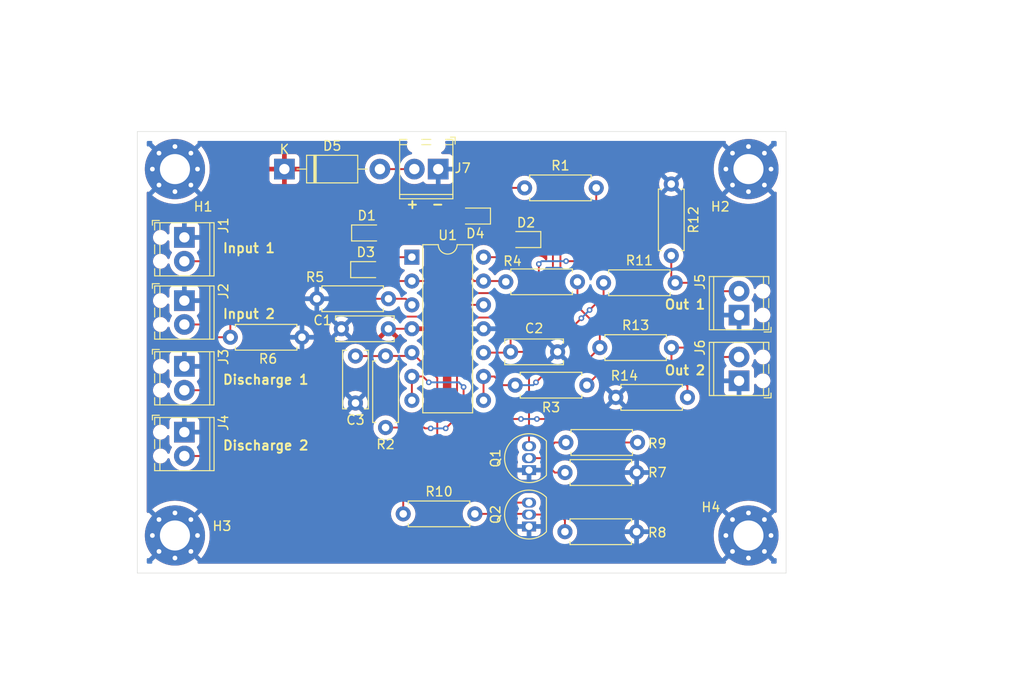
<source format=kicad_pcb>
(kicad_pcb (version 20240108) (generator "pcbnew") (generator_version "8.0")
  (title_block (title "Peak Detector Layout") (date "2024-05-14") (rev "1"))
  (layers (0 "F.Cu" signal) (31 "B.Cu" signal) (34 "B.Paste" user) (35 "F.Paste" user) (36 "B.SilkS" user "B.Silkscreen") (37 "F.SilkS" user "F.Silkscreen") (38 "B.Mask" user) (39 "F.Mask" user) (44 "Edge.Cuts" user))
  (net 0 "")
  (net 1 "GND")
  (net 2 "+5V")
  (net 3 "Net-(Q1-D)")
  (net 4 "Net-(Q2-D)")
  (net 5 "Net-(D1-A)")
  (net 6 "Net-(D1-K)")
  (net 7 "Net-(D2-K)")
  (net 8 "Net-(D2-A)")
  (net 9 "Net-(D3-A)")
  (net 10 "Net-(D4-A)")
  (net 11 "Net-(J1-Pin_2)")
  (net 12 "Net-(J2-Pin_2)")
  (net 13 "Net-(J3-Pin_2)")
  (net 14 "Net-(J4-Pin_2)")
  (net 15 "Net-(J5-Pin_2)")
  (net 16 "Net-(J6-Pin_2)")
  (net 17 "Net-(Q1-G)")
  (net 18 "Net-(Q2-G)")
  (net 19 "Net-(U1C--)")
  (net 20 "Net-(U1B--)")
  (net 21 "Net-(D5-A)")
  (footprint "Capacitor_THT:C_Disc_D6.0mm_W2.5mm_P5.00mm" (layer "F.Cu") (at 114.2 74.9 -90)
    (property "Reference" "C3" (at 6.799999 -0.000001 180) (layer "F.SilkS"))
    (property "Value" "0.47uF")
    (pad "1" thru_hole circle (at 0 0 270) (size 1.6 1.6) (drill 0.8) (layers "*.Cu" "*.Mask") (net 4 "Net-(Q2-D)"))
    (pad "2" thru_hole circle (at 5 0 270) (size 1.6 1.6) (drill 0.8) (layers "*.Cu" "*.Mask") (net 1 "GND"))
  )
  (footprint "Diode_THT:D_DO-41_SOD81_P10.16mm_Horizontal" (layer "F.Cu") (at 106.64 55)
    (property "Reference" "D5" (at 5.08 -2.47 0) (layer "F.SilkS"))
    (property "Value" "1N5817")
    (fp_text user "K" (at 0 -2.1 0) (layer "F.SilkS"))
    (pad "1" thru_hole rect (at 0 0) (size 2.2 2.2) (drill 1.1) (layers "*.Cu" "*.Mask") (net 2 "+5V"))
    (pad "2" thru_hole oval (at 10.16 0) (size 2.2 2.2) (drill 1.1) (layers "*.Cu" "*.Mask") (net 21 "Net-(D5-A)"))
  )
  (footprint "TerminalBlock_Phoenix:TerminalBlock_Phoenix_MPT-0,5-2-2.54_1x02_P2.54mm_Horizontal" (layer "F.Cu") (at 123 55 180)
    (property "Reference" "J7" (at -2.6 0.1 180) (layer "F.SilkS"))
    (property "Value" "Power")
    (pad "" np_thru_hole circle (at 0 2.54 180) (size 1.1 1.1) (drill 1.1) (layers "*.Cu" "*.Mask"))
    (pad "" np_thru_hole circle (at 2.54 2.54 180) (size 1.1 1.1) (drill 1.1) (layers "*.Cu" "*.Mask"))
    (pad "1" thru_hole rect (at 0 0 180) (size 2.2 2.2) (drill 1.1) (layers "*.Cu" "*.Mask") (net 1 "GND"))
    (pad "2" thru_hole circle (at 2.54 0 180) (size 2.2 2.2) (drill 1.1) (layers "*.Cu" "*.Mask") (net 21 "Net-(D5-A)"))
  )
  (footprint "Resistor_THT:R_Axial_DIN0207_L6.3mm_D2.5mm_P7.62mm_Horizontal" (layer "F.Cu") (at 132.19 57)
    (property "Reference" "R1" (at 3.81 -2.37 0) (layer "F.SilkS"))
    (property "Value" "100")
    (pad "1" thru_hole circle (at 0 0) (size 1.6 1.6) (drill 0.8) (layers "*.Cu" "*.Mask") (net 6 "Net-(D1-K)"))
    (pad "2" thru_hole oval (at 7.62 0) (size 1.6 1.6) (drill 0.8) (layers "*.Cu" "*.Mask") (net 3 "Net-(Q1-D)"))
  )
  (footprint "Resistor_THT:R_Axial_DIN0207_L6.3mm_D2.5mm_P7.62mm_Horizontal" (layer "F.Cu") (at 147.79 56.59 -90)
    (property "Reference" "R12" (at 3.81 -2.37 90) (layer "F.SilkS"))
    (property "Value" "1k")
    (pad "1" thru_hole circle (at 0 0 270) (size 1.6 1.6) (drill 0.8) (layers "*.Cu" "*.Mask") (net 1 "GND"))
    (pad "2" thru_hole oval (at 7.62 0 270) (size 1.6 1.6) (drill 0.8) (layers "*.Cu" "*.Mask") (net 15 "Net-(J5-Pin_2)"))
  )
  (footprint "TerminalBlock_Phoenix:TerminalBlock_Phoenix_MPT-0,5-2-2.54_1x02_P2.54mm_Horizontal" (layer "F.Cu") (at 155 70.54 90)
    (property "Reference" "J5" (at 3.54 -4.16 270) (layer "F.SilkS"))
    (property "Value" "Out 1")
    (pad "" np_thru_hole circle (at 0 2.54 90) (size 1.1 1.1) (drill 1.1) (layers "*.Cu" "*.Mask"))
    (pad "" np_thru_hole circle (at 2.54 2.54 90) (size 1.1 1.1) (drill 1.1) (layers "*.Cu" "*.Mask"))
    (pad "1" thru_hole rect (at 0 0 90) (size 2.2 2.2) (drill 1.1) (layers "*.Cu" "*.Mask") (net 1 "GND"))
    (pad "2" thru_hole circle (at 2.54 0 90) (size 2.2 2.2) (drill 1.1) (layers "*.Cu" "*.Mask") (net 15 "Net-(J5-Pin_2)"))
  )
  (footprint "MountingHole:MountingHole_3.2mm_M3_Pad_Via" (layer "F.Cu") (at 156 55)
    (property "Reference" "H2" (at -3 4 0) (layer "F.SilkS"))
    (property "Value" "M3")
    (pad "1" thru_hole circle (at -2.4 0) (size 0.8 0.8) (drill 0.5) (layers "*.Cu" "*.Mask") (net 1 "GND"))
    (pad "1" thru_hole circle (at -1.697056 -1.697056) (size 0.8 0.8) (drill 0.5) (layers "*.Cu" "*.Mask") (net 1 "GND"))
    (pad "1" thru_hole circle (at -1.697056 1.697056) (size 0.8 0.8) (drill 0.5) (layers "*.Cu" "*.Mask") (net 1 "GND"))
    (pad "1" thru_hole circle (at 0 -2.4) (size 0.8 0.8) (drill 0.5) (layers "*.Cu" "*.Mask") (net 1 "GND"))
    (pad "1" thru_hole circle (at 0 0) (size 6.4 6.4) (drill 3.2) (layers "*.Cu" "*.Mask") (net 1 "GND"))
    (pad "1" thru_hole circle (at 0 2.4) (size 0.8 0.8) (drill 0.5) (layers "*.Cu" "*.Mask") (net 1 "GND"))
    (pad "1" thru_hole circle (at 1.697056 -1.697056) (size 0.8 0.8) (drill 0.5) (layers "*.Cu" "*.Mask") (net 1 "GND"))
    (pad "1" thru_hole circle (at 1.697056 1.697056) (size 0.8 0.8) (drill 0.5) (layers "*.Cu" "*.Mask") (net 1 "GND"))
    (pad "1" thru_hole circle (at 2.4 0) (size 0.8 0.8) (drill 0.5) (layers "*.Cu" "*.Mask") (net 1 "GND"))
  )
  (footprint "Resistor_THT:R_Axial_DIN0207_L6.3mm_D2.5mm_P7.62mm_Horizontal" (layer "F.Cu") (at 138.81 78 180)
    (property "Reference" "R3" (at 3.81 -2.37 180) (layer "F.SilkS"))
    (property "Value" "1k")
    (pad "1" thru_hole circle (at 0 0 180) (size 1.6 1.6) (drill 0.8) (layers "*.Cu" "*.Mask") (net 9 "Net-(D3-A)"))
    (pad "2" thru_hole oval (at 7.62 0 180) (size 1.6 1.6) (drill 0.8) (layers "*.Cu" "*.Mask") (net 19 "Net-(U1C--)"))
  )
  (footprint "Resistor_THT:R_Axial_DIN0207_L6.3mm_D2.5mm_P7.62mm_Horizontal" (layer "F.Cu") (at 130.19 67)
    (property "Reference" "R4" (at 0.71 -2.2 0) (layer "F.SilkS"))
    (property "Value" "1k")
    (pad "1" thru_hole circle (at 0 0) (size 1.6 1.6) (drill 0.8) (layers "*.Cu" "*.Mask") (net 10 "Net-(D4-A)"))
    (pad "2" thru_hole oval (at 7.62 0) (size 1.6 1.6) (drill 0.8) (layers "*.Cu" "*.Mask") (net 20 "Net-(U1B--)"))
  )
  (footprint "TerminalBlock_Phoenix:TerminalBlock_Phoenix_MPT-0,5-2-2.54_1x02_P2.54mm_Horizontal" (layer "F.Cu") (at 155 77.54 90)
    (property "Reference" "J6" (at 3.54 -4.16 270) (layer "F.SilkS"))
    (property "Value" "Out 2")
    (pad "" np_thru_hole circle (at 0 2.54 90) (size 1.1 1.1) (drill 1.1) (layers "*.Cu" "*.Mask"))
    (pad "" np_thru_hole circle (at 2.54 2.54 90) (size 1.1 1.1) (drill 1.1) (layers "*.Cu" "*.Mask"))
    (pad "1" thru_hole rect (at 0 0 90) (size 2.2 2.2) (drill 1.1) (layers "*.Cu" "*.Mask") (net 1 "GND"))
    (pad "2" thru_hole circle (at 2.54 0 90) (size 2.2 2.2) (drill 1.1) (layers "*.Cu" "*.Mask") (net 16 "Net-(J6-Pin_2)"))
  )
  (footprint "Resistor_THT:R_Axial_DIN0207_L6.3mm_D2.5mm_P7.62mm_Horizontal" (layer "F.Cu") (at 144.2 84.1 180)
    (property "Reference" "R9" (at -2.1 -0.1 180) (layer "F.SilkS"))
    (property "Value" "1k")
    (pad "1" thru_hole circle (at 0 0 180) (size 1.6 1.6) (drill 0.8) (layers "*.Cu" "*.Mask") (net 13 "Net-(J3-Pin_2)"))
    (pad "2" thru_hole oval (at 7.62 0 180) (size 1.6 1.6) (drill 0.8) (layers "*.Cu" "*.Mask") (net 17 "Net-(Q1-G)"))
  )
  (footprint "Package_TO_SOT_THT:TO-92_Inline" (layer "F.Cu") (at 132.66 93.04 90)
    (property "Reference" "Q2" (at 1.27 -3.56 270) (layer "F.SilkS"))
    (property "Value" "2N7000")
    (pad "1" thru_hole rect (at 0 0 90) (size 1.05 1.5) (drill 0.75) (layers "*.Cu" "*.Mask") (net 1 "GND"))
    (pad "2" thru_hole oval (at 1.27 0 90) (size 1.05 1.5) (drill 0.75) (layers "*.Cu" "*.Mask") (net 18 "Net-(Q2-G)"))
    (pad "3" thru_hole oval (at 2.54 0 90) (size 1.05 1.5) (drill 0.75) (layers "*.Cu" "*.Mask") (net 4 "Net-(Q2-D)"))
  )
  (footprint "MountingHole:MountingHole_3.2mm_M3_Pad_Via" (layer "F.Cu") (at 156 94)
    (property "Reference" "H4" (at -4 -3 0) (layer "F.SilkS"))
    (property "Value" "M3")
    (pad "1" thru_hole circle (at -2.4 0) (size 0.8 0.8) (drill 0.5) (layers "*.Cu" "*.Mask") (net 1 "GND"))
    (pad "1" thru_hole circle (at -1.697056 -1.697056) (size 0.8 0.8) (drill 0.5) (layers "*.Cu" "*.Mask") (net 1 "GND"))
    (pad "1" thru_hole circle (at -1.697056 1.697056) (size 0.8 0.8) (drill 0.5) (layers "*.Cu" "*.Mask") (net 1 "GND"))
    (pad "1" thru_hole circle (at 0 -2.4) (size 0.8 0.8) (drill 0.5) (layers "*.Cu" "*.Mask") (net 1 "GND"))
    (pad "1" thru_hole circle (at 0 0) (size 6.4 6.4) (drill 3.2) (layers "*.Cu" "*.Mask") (net 1 "GND"))
    (pad "1" thru_hole circle (at 0 2.4) (size 0.8 0.8) (drill 0.5) (layers "*.Cu" "*.Mask") (net 1 "GND"))
    (pad "1" thru_hole circle (at 1.697056 -1.697056) (size 0.8 0.8) (drill 0.5) (layers "*.Cu" "*.Mask") (net 1 "GND"))
    (pad "1" thru_hole circle (at 1.697056 1.697056) (size 0.8 0.8) (drill 0.5) (layers "*.Cu" "*.Mask") (net 1 "GND"))
    (pad "1" thru_hole circle (at 2.4 0) (size 0.8 0.8) (drill 0.5) (layers "*.Cu" "*.Mask") (net 1 "GND"))
  )
  (footprint "Resistor_THT:R_Axial_DIN0207_L6.3mm_D2.5mm_P7.62mm_Horizontal" (layer "F.Cu") (at 140.59 67.1)
    (property "Reference" "R11" (at 3.81 -2.37 0) (layer "F.SilkS"))
    (property "Value" "221")
    (pad "1" thru_hole circle (at 0 0) (size 1.6 1.6) (drill 0.8) (layers "*.Cu" "*.Mask") (net 19 "Net-(U1C--)"))
    (pad "2" thru_hole oval (at 7.62 0) (size 1.6 1.6) (drill 0.8) (layers "*.Cu" "*.Mask") (net 15 "Net-(J5-Pin_2)"))
  )
  (footprint "Capacitor_THT:C_Disc_D6.0mm_W2.5mm_P5.00mm" (layer "F.Cu") (at 117.7 72 180)
    (property "Reference" "C1" (at 7 0.9 180) (layer "F.SilkS"))
    (property "Value" "0.1uF")
    (pad "1" thru_hole circle (at 0 0 180) (size 1.6 1.6) (drill 0.8) (layers "*.Cu" "*.Mask") (net 2 "+5V"))
    (pad "2" thru_hole circle (at 5 0 180) (size 1.6 1.6) (drill 0.8) (layers "*.Cu" "*.Mask") (net 1 "GND"))
  )
  (footprint "Package_DIP:DIP-14_W7.62mm" (layer "F.Cu") (at 120.2 64.375)
    (property "Reference" "U1" (at 3.81 -2.33 0) (layer "F.SilkS"))
    (property "Value" "MCP6024")
    (pad "1" thru_hole rect (at 0 0) (size 1.6 1.6) (drill 0.8) (layers "*.Cu" "*.Mask") (net 5 "Net-(D1-A)"))
    (pad "2" thru_hole oval (at 0 2.54) (size 1.6 1.6) (drill 0.8) (layers "*.Cu" "*.Mask") (net 9 "Net-(D3-A)"))
    (pad "3" thru_hole oval (at 0 5.08) (size 1.6 1.6) (drill 0.8) (layers "*.Cu" "*.Mask") (net 11 "Net-(J1-Pin_2)"))
    (pad "4" thru_hole oval (at 0 7.62) (size 1.6 1.6) (drill 0.8) (layers "*.Cu" "*.Mask") (net 2 "+5V"))
    (pad "5" thru_hole oval (at 0 10.16) (size 1.6 1.6) (drill 0.8) (layers "*.Cu" "*.Mask") (net 4 "Net-(Q2-D)"))
    (pad "6" thru_hole oval (at 0 12.7) (size 1.6 1.6) (drill 0.8) (layers "*.Cu" "*.Mask") (net 20 "Net-(U1B--)"))
    (pad "7" thru_hole oval (at 0 15.24) (size 1.6 1.6) (drill 0.8) (layers "*.Cu" "*.Mask") (net 20 "Net-(U1B--)"))
    (pad "8" thru_hole oval (at 7.62 15.24) (size 1.6 1.6) (drill 0.8) (layers "*.Cu" "*.Mask") (net 19 "Net-(U1C--)"))
    (pad "9" thru_hole oval (at 7.62 12.7) (size 1.6 1.6) (drill 0.8) (layers "*.Cu" "*.Mask") (net 19 "Net-(U1C--)"))
    (pad "10" thru_hole oval (at 7.62 10.16) (size 1.6 1.6) (drill 0.8) (layers "*.Cu" "*.Mask") (net 3 "Net-(Q1-D)"))
    (pad "11" thru_hole oval (at 7.62 7.62) (size 1.6 1.6) (drill 0.8) (layers "*.Cu" "*.Mask") (net 1 "GND"))
    (pad "12" thru_hole oval (at 7.62 5.08) (size 1.6 1.6) (drill 0.8) (layers "*.Cu" "*.Mask") (net 12 "Net-(J2-Pin_2)"))
    (pad "13" thru_hole oval (at 7.62 2.54) (size 1.6 1.6) (drill 0.8) (layers "*.Cu" "*.Mask") (net 10 "Net-(D4-A)"))
    (pad "14" thru_hole oval (at 7.62 0) (size 1.6 1.6) (drill 0.8) (layers "*.Cu" "*.Mask") (net 8 "Net-(D2-A)"))
  )
  (footprint "TerminalBlock_Phoenix:TerminalBlock_Phoenix_MPT-0,5-2-2.54_1x02_P2.54mm_Horizontal" (layer "F.Cu") (at 96 62.27 -90)
    (property "Reference" "J1" (at -1.27 -4.16 90) (layer "F.SilkS"))
    (property "Value" "Input 1")
    (pad "" np_thru_hole circle (at 0 2.54 270) (size 1.1 1.1) (drill 1.1) (layers "*.Cu" "*.Mask"))
    (pad "" np_thru_hole circle (at 2.54 2.54 270) (size 1.1 1.1) (drill 1.1) (layers "*.Cu" "*.Mask"))
    (pad "1" thru_hole rect (at 0 0 270) (size 2.2 2.2) (drill 1.1) (layers "*.Cu" "*.Mask") (net 1 "GND"))
    (pad "2" thru_hole circle (at 2.54 0 270) (size 2.2 2.2) (drill 1.1) (layers "*.Cu" "*.Mask") (net 11 "Net-(J1-Pin_2)"))
  )
  (footprint "Resistor_THT:R_Axial_DIN0207_L6.3mm_D2.5mm_P7.62mm_Horizontal" (layer "F.Cu") (at 136.49 87.3)
    (property "Reference" "R7" (at 9.82 0 360) (layer "F.SilkS"))
    (property "Value" "10k")
    (pad "1" thru_hole circle (at 0 0) (size 1.6 1.6) (drill 0.8) (layers "*.Cu" "*.Mask") (net 17 "Net-(Q1-G)"))
    (pad "2" thru_hole oval (at 7.62 0) (size 1.6 1.6) (drill 0.8) (layers "*.Cu" "*.Mask") (net 1 "GND"))
  )
  (footprint "MountingHole:MountingHole_3.2mm_M3_Pad_Via" (layer "F.Cu") (at 95 55)
    (property "Reference" "H1" (at 3 4 0) (layer "F.SilkS"))
    (property "Value" "M3")
    (pad "1" thru_hole circle (at -2.4 0) (size 0.8 0.8) (drill 0.5) (layers "*.Cu" "*.Mask") (net 1 "GND"))
    (pad "1" thru_hole circle (at -1.697056 -1.697056) (size 0.8 0.8) (drill 0.5) (layers "*.Cu" "*.Mask") (net 1 "GND"))
    (pad "1" thru_hole circle (at -1.697056 1.697056) (size 0.8 0.8) (drill 0.5) (layers "*.Cu" "*.Mask") (net 1 "GND"))
    (pad "1" thru_hole circle (at 0 -2.4) (size 0.8 0.8) (drill 0.5) (layers "*.Cu" "*.Mask") (net 1 "GND"))
    (pad "1" thru_hole circle (at 0 0) (size 6.4 6.4) (drill 3.2) (layers "*.Cu" "*.Mask") (net 1 "GND"))
    (pad "1" thru_hole circle (at 0 2.4) (size 0.8 0.8) (drill 0.5) (layers "*.Cu" "*.Mask") (net 1 "GND"))
    (pad "1" thru_hole circle (at 1.697056 -1.697056) (size 0.8 0.8) (drill 0.5) (layers "*.Cu" "*.Mask") (net 1 "GND"))
    (pad "1" thru_hole circle (at 1.697056 1.697056) (size 0.8 0.8) (drill 0.5) (layers "*.Cu" "*.Mask") (net 1 "GND"))
    (pad "1" thru_hole circle (at 2.4 0) (size 0.8 0.8) (drill 0.5) (layers "*.Cu" "*.Mask") (net 1 "GND"))
  )
  (footprint "Resistor_THT:R_Axial_DIN0207_L6.3mm_D2.5mm_P7.62mm_Horizontal" (layer "F.Cu") (at 117.4 82.51 90)
    (property "Reference" "R2" (at -1.79 0 0) (layer "F.SilkS"))
    (property "Value" "100")
    (pad "1" thru_hole circle (at 0 0 90) (size 1.6 1.6) (drill 0.8) (layers "*.Cu" "*.Mask") (net 7 "Net-(D2-K)"))
    (pad "2" thru_hole oval (at 7.62 0 90) (size 1.6 1.6) (drill 0.8) (layers "*.Cu" "*.Mask") (net 4 "Net-(Q2-D)"))
  )
  (footprint "TerminalBlock_Phoenix:TerminalBlock_Phoenix_MPT-0,5-2-2.54_1x02_P2.54mm_Horizontal" (layer "F.Cu") (at 96 76 -90)
    (property "Reference" "J3" (at -1 -4.16 90) (layer "F.SilkS"))
    (property "Value" "Discharge 1")
    (pad "" np_thru_hole circle (at 0 2.54 270) (size 1.1 1.1) (drill 1.1) (layers "*.Cu" "*.Mask"))
    (pad "" np_thru_hole circle (at 2.54 2.54 270) (size 1.1 1.1) (drill 1.1) (layers "*.Cu" "*.Mask"))
    (pad "1" thru_hole rect (at 0 0 270) (size 2.2 2.2) (drill 1.1) (layers "*.Cu" "*.Mask") (net 1 "GND"))
    (pad "2" thru_hole circle (at 2.54 0 270) (size 2.2 2.2) (drill 1.1) (layers "*.Cu" "*.Mask") (net 13 "Net-(J3-Pin_2)"))
  )
  (footprint "Diode_SMD:D_SOD-323" (layer "F.Cu") (at 132.3 62.5 180)
    (property "Reference" "D2" (at -0.045 1.8 180) (layer "F.SilkS"))
    (property "Value" "CMDD6001")
    (pad "1" smd roundrect (at -1.05 0 180) (size 0.6 0.45) (layers "F.Cu" "F.Paste" "F.Mask") (net 7 "Net-(D2-K)"))
    (pad "2" smd roundrect (at 1.05 0 180) (size 0.6 0.45) (layers "F.Cu" "F.Paste" "F.Mask") (net 8 "Net-(D2-A)"))
  )
  (footprint "MountingHole:MountingHole_3.2mm_M3_Pad_Via" (layer "F.Cu") (at 95 94)
    (property "Reference" "H3" (at 5 -1 0) (layer "F.SilkS"))
    (property "Value" "M3")
    (pad "1" thru_hole circle (at -2.4 0) (size 0.8 0.8) (drill 0.5) (layers "*.Cu" "*.Mask") (net 1 "GND"))
    (pad "1" thru_hole circle (at -1.697056 -1.697056) (size 0.8 0.8) (drill 0.5) (layers "*.Cu" "*.Mask") (net 1 "GND"))
    (pad "1" thru_hole circle (at -1.697056 1.697056) (size 0.8 0.8) (drill 0.5) (layers "*.Cu" "*.Mask") (net 1 "GND"))
    (pad "1" thru_hole circle (at 0 -2.4) (size 0.8 0.8) (drill 0.5) (layers "*.Cu" "*.Mask") (net 1 "GND"))
    (pad "1" thru_hole circle (at 0 0) (size 6.4 6.4) (drill 3.2) (layers "*.Cu" "*.Mask") (net 1 "GND"))
    (pad "1" thru_hole circle (at 0 2.4) (size 0.8 0.8) (drill 0.5) (layers "*.Cu" "*.Mask") (net 1 "GND"))
    (pad "1" thru_hole circle (at 1.697056 -1.697056) (size 0.8 0.8) (drill 0.5) (layers "*.Cu" "*.Mask") (net 1 "GND"))
    (pad "1" thru_hole circle (at 1.697056 1.697056) (size 0.8 0.8) (drill 0.5) (layers "*.Cu" "*.Mask") (net 1 "GND"))
    (pad "1" thru_hole circle (at 2.4 0) (size 0.8 0.8) (drill 0.5) (layers "*.Cu" "*.Mask") (net 1 "GND"))
  )
  (footprint "TerminalBlock_Phoenix:TerminalBlock_Phoenix_MPT-0,5-2-2.54_1x02_P2.54mm_Horizontal" (layer "F.Cu") (at 96 69 -90)
    (property "Reference" "J2" (at -1 -4.16 90) (layer "F.SilkS"))
    (property "Value" "Input 2")
    (pad "" np_thru_hole circle (at 0 2.54 270) (size 1.1 1.1) (drill 1.1) (layers "*.Cu" "*.Mask"))
    (pad "" np_thru_hole circle (at 2.54 2.54 270) (size 1.1 1.1) (drill 1.1) (layers "*.Cu" "*.Mask"))
    (pad "1" thru_hole rect (at 0 0 270) (size 2.2 2.2) (drill 1.1) (layers "*.Cu" "*.Mask") (net 1 "GND"))
    (pad "2" thru_hole circle (at 2.54 0 270) (size 2.2 2.2) (drill 1.1) (layers "*.Cu" "*.Mask") (net 12 "Net-(J2-Pin_2)"))
  )
  (footprint "Resistor_THT:R_Axial_DIN0207_L6.3mm_D2.5mm_P7.62mm_Horizontal" (layer "F.Cu") (at 140.19 74)
    (property "Reference" "R13" (at 3.81 -2.37 0) (layer "F.SilkS"))
    (property "Value" "221")
    (pad "1" thru_hole circle (at 0 0) (size 1.6 1.6) (drill 0.8) (layers "*.Cu" "*.Mask") (net 20 "Net-(U1B--)"))
    (pad "2" thru_hole oval (at 7.62 0) (size 1.6 1.6) (drill 0.8) (layers "*.Cu" "*.Mask") (net 16 "Net-(J6-Pin_2)"))
  )
  (footprint "Resistor_THT:R_Axial_DIN0207_L6.3mm_D2.5mm_P7.62mm_Horizontal" (layer "F.Cu") (at 117.71 68.8 180)
    (property "Reference" "R5" (at 7.81 2.3 180) (layer "F.SilkS"))
    (property "Value" "100k")
    (pad "1" thru_hole circle (at 0 0 180) (size 1.6 1.6) (drill 0.8) (layers "*.Cu" "*.Mask") (net 11 "Net-(J1-Pin_2)"))
    (pad "2" thru_hole oval (at 7.62 0 180) (size 1.6 1.6) (drill 0.8) (layers "*.Cu" "*.Mask") (net 1 "GND"))
  )
  (footprint "Diode_SMD:D_SOD-323" (layer "F.Cu") (at 115.4 61.8)
    (property "Reference" "D1" (at 0 -1.85 0) (layer "F.SilkS"))
    (property "Value" "CMDD6001")
    (pad "1" smd roundrect (at -1.05 0) (size 0.6 0.45) (layers "F.Cu" "F.Paste" "F.Mask") (net 6 "Net-(D1-K)"))
    (pad "2" smd roundrect (at 1.05 0) (size 0.6 0.45) (layers "F.Cu" "F.Paste" "F.Mask") (net 5 "Net-(D1-A)"))
  )
  (footprint "TerminalBlock_Phoenix:TerminalBlock_Phoenix_MPT-0,5-2-2.54_1x02_P2.54mm_Horizontal" (layer "F.Cu") (at 96 83 -90)
    (property "Reference" "J4" (at -1 -4.16 90) (layer "F.SilkS"))
    (property "Value" "Discharge 2")
    (pad "" np_thru_hole circle (at 0 2.54 270) (size 1.1 1.1) (drill 1.1) (layers "*.Cu" "*.Mask"))
    (pad "" np_thru_hole circle (at 2.54 2.54 270) (size 1.1 1.1) (drill 1.1) (layers "*.Cu" "*.Mask"))
    (pad "1" thru_hole rect (at 0 0 270) (size 2.2 2.2) (drill 1.1) (layers "*.Cu" "*.Mask") (net 1 "GND"))
    (pad "2" thru_hole circle (at 2.54 0 270) (size 2.2 2.2) (drill 1.1) (layers "*.Cu" "*.Mask") (net 14 "Net-(J4-Pin_2)"))
  )
  (footprint "Diode_SMD:D_SOD-323" (layer "F.Cu") (at 126.95 60 180)
    (property "Reference" "D4" (at 0 -1.85 180) (layer "F.SilkS"))
    (property "Value" "CMDD6001")
    (pad "1" smd roundrect (at -1.05 0 180) (size 0.6 0.45) (layers "F.Cu" "F.Paste" "F.Mask") (net 8 "Net-(D2-A)"))
    (pad "2" smd roundrect (at 1.05 0 180) (size 0.6 0.45) (layers "F.Cu" "F.Paste" "F.Mask") (net 10 "Net-(D4-A)"))
  )
  (footprint "Resistor_THT:R_Axial_DIN0207_L6.3mm_D2.5mm_P7.62mm_Horizontal" (layer "F.Cu") (at 100.89 72.9)
    (property "Reference" "R6" (at 4.01 2.3 0) (layer "F.SilkS"))
    (property "Value" "100k")
    (pad "1" thru_hole circle (at 0 0) (size 1.6 1.6) (drill 0.8) (layers "*.Cu" "*.Mask") (net 12 "Net-(J2-Pin_2)"))
    (pad "2" thru_hole oval (at 7.62 0) (size 1.6 1.6) (drill 0.8) (layers "*.Cu" "*.Mask") (net 1 "GND"))
  )
  (footprint "Resistor_THT:R_Axial_DIN0207_L6.3mm_D2.5mm_P7.62mm_Horizontal" (layer "F.Cu") (at 136.48 93.6)
    (property "Reference" "R8" (at 9.82 0.1 0) (layer "F.SilkS"))
    (property "Value" "10k")
    (pad "1" thru_hole circle (at 0 0) (size 1.6 1.6) (drill 0.8) (layers "*.Cu" "*.Mask") (net 18 "Net-(Q2-G)"))
    (pad "2" thru_hole oval (at 7.62 0) (size 1.6 1.6) (drill 0.8) (layers "*.Cu" "*.Mask") (net 1 "GND"))
  )
  (footprint "Resistor_THT:R_Axial_DIN0207_L6.3mm_D2.5mm_P7.62mm_Horizontal" (layer "F.Cu") (at 141.89 79.3)
    (property "Reference" "R14" (at 0.91 -2.3 360) (layer "F.SilkS"))
    (property "Value" "1k")
    (pad "1" thru_hole circle (at 0 0) (size 1.6 1.6) (drill 0.8) (layers "*.Cu" "*.Mask") (net 1 "GND"))
    (pad "2" thru_hole oval (at 7.62 0) (size 1.6 1.6) (drill 0.8) (layers "*.Cu" "*.Mask") (net 16 "Net-(J6-Pin_2)"))
  )
  (footprint "Package_TO_SOT_THT:TO-92_Inline" (layer "F.Cu") (at 132.66 87.04 90)
    (property "Reference" "Q1" (at 1.27 -3.56 270) (layer "F.SilkS"))
    (property "Value" "2N7000")
    (pad "1" thru_hole rect (at 0 0 90) (size 1.05 1.5) (drill 0.75) (layers "*.Cu" "*.Mask") (net 1 "GND"))
    (pad "2" thru_hole oval (at 1.27 0 90) (size 1.05 1.5) (drill 0.75) (layers "*.Cu" "*.Mask") (net 17 "Net-(Q1-G)"))
    (pad "3" thru_hole oval (at 2.54 0 90) (size 1.05 1.5) (drill 0.75) (layers "*.Cu" "*.Mask") (net 3 "Net-(Q1-D)"))
  )
  (footprint "Diode_SMD:D_SOD-323" (layer "F.Cu") (at 115.3 65.7)
    (property "Reference" "D3" (at 0 -1.85 0) (layer "F.SilkS"))
    (property "Value" "CMDD6001")
    (pad "1" smd roundrect (at -1.05 0) (size 0.6 0.45) (layers "F.Cu" "F.Paste" "F.Mask") (net 5 "Net-(D1-A)"))
    (pad "2" smd roundrect (at 1.05 0) (size 0.6 0.45) (layers "F.Cu" "F.Paste" "F.Mask") (net 9 "Net-(D3-A)"))
  )
  (footprint "Resistor_THT:R_Axial_DIN0207_L6.3mm_D2.5mm_P7.62mm_Horizontal" (layer "F.Cu") (at 119.28 91.7)
    (property "Reference" "R10" (at 3.81 -2.37 0) (layer "F.SilkS"))
    (property "Value" "1k")
    (pad "1" thru_hole circle (at 0 0) (size 1.6 1.6) (drill 0.8) (layers "*.Cu" "*.Mask") (net 14 "Net-(J4-Pin_2)"))
    (pad "2" thru_hole oval (at 7.62 0) (size 1.6 1.6) (drill 0.8) (layers "*.Cu" "*.Mask") (net 18 "Net-(Q2-G)"))
  )
  (footprint "Capacitor_THT:C_Disc_D6.0mm_W2.5mm_P5.00mm" (layer "F.Cu") (at 130.7 74.455)
    (property "Reference" "C2" (at 2.5 -2.5 0) (layer "F.SilkS"))
    (property "Value" "0.47uF")
    (pad "1" thru_hole circle (at 0 0) (size 1.6 1.6) (drill 0.8) (layers "*.Cu" "*.Mask") (net 3 "Net-(Q1-D)"))
    (pad "2" thru_hole circle (at 5 0) (size 1.6 1.6) (drill 0.8) (layers "*.Cu" "*.Mask") (net 1 "GND"))
  )
  (gr_line (start 91 51) (end 160 51) (stroke (width 0.05)) (layer "Edge.Cuts"))
  (gr_line (start 160 98) (end 91 98) (stroke (width 0.05)) (layer "Edge.Cuts"))
  (gr_line (start 160 51) (end 160 98) (stroke (width 0.05)) (layer "Edge.Cuts"))
  (gr_line (start 91 51) (end 91 98) (stroke (width 0.05)) (layer "Edge.Cuts"))
  (gr_text "-" (at 122.2 59.3 0) (layer "F.SilkS") (effects (font (size 1 1) (thickness 0.2) (bold yes)) (justify left bottom)))
  (gr_text "Out 2" (at 147 77 0) (layer "F.SilkS") (effects (font (size 1 1) (thickness 0.2) (bold yes)) (justify left bottom)))
  (gr_text "Discharge 2" (at 100 85 0) (layer "F.SilkS") (effects (font (size 1 1) (thickness 0.2) (bold yes)) (justify left bottom)))
  (gr_text "+" (at 119.5 59.3 0) (layer "F.SilkS") (effects (font (size 1 1) (thickness 0.2) (bold yes)) (justify left bottom)))
  (gr_text "Input 1" (at 100 64 0) (layer "F.SilkS") (effects (font (size 1 1) (thickness 0.2) (bold yes)) (justify left bottom)))
  (gr_text "Discharge 1" (at 100 78 0) (layer "F.SilkS") (effects (font (size 1 1) (thickness 0.2) (bold yes)) (justify left bottom)))
  (gr_text "Input 2" (at 100 71 0) (layer "F.SilkS") (effects (font (size 1 1) (thickness 0.2) (bold yes)) (justify left bottom)))
  (gr_text "Out 1" (at 147 70 0) (layer "F.SilkS") (effects (font (size 1 1) (thickness 0.2) (bold yes)) (justify left bottom)))
  (segment (start 120.2 71.995) (end 117.705 71.995) (width 0.2) (layer "F.Cu") (net 2))
  (segment (start 117.705 71.995) (end 117.7 72) (width 0.2) (layer "F.Cu") (net 2))
  (segment (start 132.66 75.06) (end 132.66 84.5) (width 0.2) (layer "F.Cu") (net 3))
  (segment (start 127.82 74.535) (end 130.62 74.535) (width 0.2) (layer "F.Cu") (net 3))
  (segment (start 130.7 74.455) (end 132.055 74.455) (width 0.2) (layer "F.Cu") (net 3))
  (segment (start 130.7 70.8) (end 131.4 70.1) (width 0.2) (layer "F.Cu") (net 3))
  (segment (start 130.62 74.535) (end 130.7 74.455) (width 0.2) (layer "F.Cu") (net 3))
  (segment (start 136 62.7) (end 139.81 58.89) (width 0.2) (layer "F.Cu") (net 3))
  (segment (start 139.81 58.89) (end 139.81 57) (width 0.2) (layer "F.Cu") (net 3))
  (segment (start 130.7 74.455) (end 130.7 70.8) (width 0.2) (layer "F.Cu") (net 3))
  (segment (start 131.4 70.1) (end 135.4 70.1) (width 0.2) (layer "F.Cu") (net 3))
  (segment (start 135.4 70.1) (end 136 69.5) (width 0.2) (layer "F.Cu") (net 3))
  (segment (start 136 69.5) (end 136 62.7) (width 0.2) (layer "F.Cu") (net 3))
  (segment (start 132.055 74.455) (end 132.66 75.06) (width 0.2) (layer "F.Cu") (net 3))
  (segment (start 117.39 74.9) (end 117.4 74.89) (width 0.2) (layer "F.Cu") (net 4))
  (segment (start 129.7 89.3) (end 130.9 90.5) (width 0.2) (layer "F.Cu") (net 4))
  (segment (start 123.8 89.3) (end 129.7 89.3) (width 0.2) (layer "F.Cu") (net 4))
  (segment (start 117.4 74.89) (end 119.845 74.89) (width 0.2) (layer "F.Cu") (net 4))
  (segment (start 119.845 74.89) (end 120.2 74.535) (width 0.2) (layer "F.Cu") (net 4))
  (segment (start 114.2 74.9) (end 117.39 74.9) (width 0.2) (layer "F.Cu") (net 4))
  (segment (start 122.9 77.235) (end 122.9 88.4) (width 0.2) (layer "F.Cu") (net 4))
  (segment (start 120.2 74.535) (end 122.9 77.235) (width 0.2) (layer "F.Cu") (net 4))
  (segment (start 122.9 88.4) (end 123.8 89.3) (width 0.2) (layer "F.Cu") (net 4))
  (segment (start 130.9 90.5) (end 132.66 90.5) (width 0.2) (layer "F.Cu") (net 4))
  (segment (start 116.45 63.25) (end 116.45 63.1) (width 0.2) (layer "F.Cu") (net 5))
  (segment (start 114.25 65.7) (end 114.25 63.95) (width 0.2) (layer "F.Cu") (net 5))
  (segment (start 116.45 63.1) (end 117.7 63.1) (width 0.2) (layer "F.Cu") (net 5))
  (segment (start 118.2 64) (end 118.575 64.375) (width 0.2) (layer "F.Cu") (net 5))
  (segment (start 114.4 63.8) (end 115.9 63.8) (width 0.2) (layer "F.Cu") (net 5))
  (segment (start 114.25 63.95) (end 114.4 63.8) (width 0.2) (layer "F.Cu") (net 5))
  (segment (start 118.2 63.6) (end 118.2 64) (width 0.2) (layer "F.Cu") (net 5))
  (segment (start 118.575 64.375) (end 120.2 64.375) (width 0.2) (layer "F.Cu") (net 5))
  (segment (start 115.9 63.8) (end 116.45 63.25) (width 0.2) (layer "F.Cu") (net 5))
  (segment (start 117.7 63.1) (end 118.2 63.6) (width 0.2) (layer "F.Cu") (net 5))
  (segment (start 116.45 63.1) (end 116.45 61.8) (width 0.2) (layer "F.Cu") (net 5))
  (segment (start 114.35 61.8) (end 114.35 60.45) (width 0.2) (layer "F.Cu") (net 6))
  (segment (start 123.8 60) (end 126.8 57) (width 0.2) (layer "F.Cu") (net 6))
  (segment (start 126.8 57) (end 132.19 57) (width 0.2) (layer "F.Cu") (net 6))
  (segment (start 114.35 60.45) (end 114.8 60) (width 0.2) (layer "F.Cu") (net 6))
  (segment (start 114.8 60) (end 123.8 60) (width 0.2) (layer "F.Cu") (net 6))
  (segment (start 134.7 62.5) (end 134.9 62.7) (width 0.2) (layer "F.Cu") (net 7))
  (segment (start 121.6 82.6) (end 121.51 82.51) (width 0.2) (layer "F.Cu") (net 7))
  (segment (start 122.2 82.6) (end 121.6 82.6) (width 0.2) (layer "F.Cu") (net 7))
  (segment (start 131 69.4) (end 130 70.4) (width 0.2) (layer "F.Cu") (net 7))
  (segment (start 134.2 69.3) (end 134.1 69.4) (width 0.2) (layer "F.Cu") (net 7))
  (segment (start 134.9 62.9) (end 135.2 63.2) (width 0.2) (layer "F.Cu") (net 7))
  (segment (start 129.6 70.8) (end 127.2 70.8) (width 0.2) (layer "F.Cu") (net 7))
  (segment (start 121.51 82.51) (end 117.4 82.51) (width 0.2) (layer "F.Cu") (net 7))
  (segment (start 133.35 62.5) (end 134.7 62.5) (width 0.2) (layer "F.Cu") (net 7))
  (segment (start 135.2 63.2) (end 135.2 67.4) (width 0.2) (layer "F.Cu") (net 7))
  (segment (start 135.2 67.4) (end 135.2 68.3) (width 0.2) (layer "F.Cu") (net 7))
  (segment (start 126.4 70.8) (end 125 72.2) (width 0.2) (layer "F.Cu") (net 7))
  (segment (start 134.1 69.4) (end 131 69.4) (width 0.2) (layer "F.Cu") (net 7))
  (segment (start 127.2 70.8) (end 126.4 70.8) (width 0.2) (layer "F.Cu") (net 7))
  (segment (start 125 72.2) (end 125 81.4) (width 0.2) (layer "F.Cu") (net 7))
  (segment (start 125 81.4) (end 123.8 82.6) (width 0.2) (layer "F.Cu") (net 7))
  (segment (start 130 70.4) (end 129.6 70.8) (width 0.2) (layer "F.Cu") (net 7))
  (segment (start 135.2 68.3) (end 134.2 69.3) (width 0.2) (layer "F.Cu") (net 7))
  (segment (start 134.9 62.7) (end 134.9 62.9) (width 0.2) (layer "F.Cu") (net 7))
  (via (at 122.2 82.6) (size 0.6) (drill 0.3) (layers "F.Cu" "B.Cu") (net 7))
  (via (at 123.8 82.6) (size 0.6) (drill 0.3) (layers "F.Cu" "B.Cu") (net 7))
  (segment (start 123.8 82.6) (end 122.2 82.6) (width 0.2) (layer "B.Cu") (net 7))
  (segment (start 127.82 64.375) (end 129.325 64.375) (width 0.2) (layer "F.Cu") (net 8))
  (segment (start 131.25 62.5) (end 129.5 62.5) (width 0.2) (layer "F.Cu") (net 8))
  (segment (start 129.5 62.5) (end 129.5 60.2) (width 0.2) (layer "F.Cu") (net 8))
  (segment (start 129.5 60.2) (end 129.3 60) (width 0.2) (layer "F.Cu") (net 8))
  (segment (start 129.3 60) (end 128 60) (width 0.2) (layer "F.Cu") (net 8))
  (segment (start 129.325 64.375) (end 129.5 64.2) (width 0.2) (layer "F.Cu") (net 8))
  (segment (start 129.5 64.2) (end 129.5 62.5) (width 0.2) (layer "F.Cu") (net 8))
  (segment (start 117.9 66.5) (end 117.9 66) (width 0.2) (layer "F.Cu") (net 9))
  (segment (start 124.715 66.915) (end 120.2 66.915) (width 0.2) (layer "F.Cu") (net 9))
  (segment (start 133.7 65.1) (end 133.7 66.5) (width 0.2) (layer "F.Cu") (net 9))
  (segment (start 131.5 68.7) (end 129.8 68.7) (width 0.2) (layer "F.Cu") (net 9))
  (segment (start 117.6 65.7) (end 116.35 65.7) (width 0.2) (layer "F.Cu") (net 9))
  (segment (start 117.9 66) (end 117.6 65.7) (width 0.2) (layer "F.Cu") (net 9))
  (segment (start 142.5 65.5) (end 142.5 74.31) (width 0.2) (layer "F.Cu") (net 9))
  (segment (start 129.3 68.2) (end 126 68.2) (width 0.2) (layer "F.Cu") (net 9))
  (segment (start 141.8 64.8) (end 142.5 65.5) (width 0.2) (layer "F.Cu") (net 9))
  (segment (start 118.315 66.915) (end 117.9 66.5) (width 0.2) (layer "F.Cu") (net 9))
  (segment (start 142.5 74.31) (end 138.81 78) (width 0.2) (layer "F.Cu") (net 9))
  (segment (start 129.8 68.7) (end 129.3 68.2) (width 0.2) (layer "F.Cu") (net 9))
  (segment (start 126 68.2) (end 124.715 66.915) (width 0.2) (layer "F.Cu") (net 9))
  (segment (start 120.2 66.915) (end 118.315 66.915) (width 0.2) (layer "F.Cu") (net 9))
  (segment (start 133.7 66.5) (end 131.5 68.7) (width 0.2) (layer "F.Cu") (net 9))
  (segment (start 136.6 64.8) (end 141.8 64.8) (width 0.2) (layer "F.Cu") (net 9))
  (via (at 136.6 64.8) (size 0.6) (drill 0.3) (layers "F.Cu" "B.Cu") (net 9))
  (via (at 133.7 65.1) (size 0.6) (drill 0.3) (layers "F.Cu" "B.Cu") (net 9))
  (segment (start 134 64.8) (end 136.6 64.8) (width 0.2) (layer "B.Cu") (net 9))
  (segment (start 133.7 65.1) (end 134 64.8) (width 0.2) (layer "B.Cu") (net 9))
  (segment (start 130.105 66.915) (end 130.19 67) (width 0.2) (layer "F.Cu") (net 10))
  (segment (start 125.9 60) (end 125.9 66) (width 0.2) (layer "F.Cu") (net 10))
  (segment (start 126.815 66.915) (end 127.82 66.915) (width 0.2) (layer "F.Cu") (net 10))
  (segment (start 127.82 66.915) (end 130.105 66.915) (width 0.2) (layer "F.Cu") (net 10))
  (segment (start 125.9 66) (end 126.815 66.915) (width 0.2) (layer "F.Cu") (net 10))
  (segment (start 96 64.81) (end 105.51 64.81) (width 0.2) (layer "F.Cu") (net 11))
  (segment (start 117.71 68.8) (end 119.545 68.8) (width 0.2) (layer "F.Cu") (net 11))
  (segment (start 114.3 68.8) (end 117.71 68.8) (width 0.2) (layer "F.Cu") (net 11))
  (segment (start 105.51 64.81) (end 107.6 66.9) (width 0.2) (layer "F.Cu") (net 11))
  (segment (start 107.6 66.9) (end 112.4 66.9) (width 0.2) (layer "F.Cu") (net 11))
  (segment (start 119.545 68.8) (end 120.2 69.455) (width 0.2) (layer "F.Cu") (net 11))
  (segment (start 112.4 66.9) (end 114.3 68.8) (width 0.2) (layer "F.Cu") (net 11))
  (segment (start 117.8 70.4) (end 118.1 70.7) (width 0.2) (layer "F.Cu") (net 12))
  (segment (start 125.345 69.455) (end 127.82 69.455) (width 0.2) (layer "F.Cu") (net 12))
  (segment (start 97.74 71.54) (end 99.1 72.9) (width 0.2) (layer "F.Cu") (net 12))
  (segment (start 100.89 72.9) (end 100.89 71.51) (width 0.2) (layer "F.Cu") (net 12))
  (segment (start 102 70.4) (end 117.8 70.4) (width 0.2) (layer "F.Cu") (net 12))
  (segment (start 96 71.54) (end 97.74 71.54) (width 0.2) (layer "F.Cu") (net 12))
  (segment (start 99.1 72.9) (end 100.89 72.9) (width 0.2) (layer "F.Cu") (net 12))
  (segment (start 118.1 70.7) (end 124.1 70.7) (width 0.2) (layer "F.Cu") (net 12))
  (segment (start 124.1 70.7) (end 125.345 69.455) (width 0.2) (layer "F.Cu") (net 12))
  (segment (start 100.89 71.51) (end 102 70.4) (width 0.2) (layer "F.Cu") (net 12))
  (segment (start 123 91.1) (end 123 93.3) (width 0.2) (layer "F.Cu") (net 13))
  (segment (start 140.7 84.1) (end 144.2 84.1) (width 0.2) (layer "F.Cu") (net 13))
  (segment (start 123 93.3) (end 125.2 95.5) (width 0.2) (layer "F.Cu") (net 13))
  (segment (start 125.2 95.5) (end 138.7 95.5) (width 0.2) (layer "F.Cu") (net 13))
  (segment (start 140.3 84.5) (end 140.7 84.1) (width 0.2) (layer "F.Cu") (net 13))
  (segment (start 104 84.4) (end 116.3 84.4) (width 0.2) (layer "F.Cu") (net 13))
  (segment (start 102.14 78.54) (end 103.5 79.9) (width 0.2) (layer "F.Cu") (net 13))
  (segment (start 96 78.54) (end 102.14 78.54) (width 0.2) (layer "F.Cu") (net 13))
  (segment (start 116.3 84.4) (end 123 91.1) (width 0.2) (layer "F.Cu") (net 13))
  (segment (start 138.7 95.5) (end 140.3 93.9) (width 0.2) (layer "F.Cu") (net 13))
  (segment (start 103.5 79.9) (end 103.5 83.9) (width 0.2) (layer "F.Cu") (net 13))
  (segment (start 103.5 83.9) (end 104 84.4) (width 0.2) (layer "F.Cu") (net 13))
  (segment (start 140.3 93.9) (end 140.3 84.5) (width 0.2) (layer "F.Cu") (net 13))
  (segment (start 96 85.54) (end 115.74 85.54) (width 0.2) (layer "F.Cu") (net 14))
  (segment (start 115.74 85.54) (end 119.28 89.08) (width 0.2) (layer "F.Cu") (net 14))
  (segment (start 119.28 89.08) (end 119.28 91.7) (width 0.2) (layer "F.Cu") (net 14))
  (segment (start 148.21 67.1) (end 151.7 67.1) (width 0.2) (layer "F.Cu") (net 15))
  (segment (start 147.79 64.21) (end 147.79 66.68) (width 0.2) (layer "F.Cu") (net 15))
  (segment (start 152.6 68) (end 155 68) (width 0.2) (layer "F.Cu") (net 15))
  (segment (start 147.79 66.68) (end 148.21 67.1) (width 0.2) (layer "F.Cu") (net 15))
  (segment (start 151.7 67.1) (end 152.6 68) (width 0.2) (layer "F.Cu") (net 15))
  (segment (start 149.51 78.11) (end 149.51 79.3) (width 0.2) (layer "F.Cu") (net 16))
  (segment (start 147.81 74) (end 147.81 76.41) (width 0.2) (layer "F.Cu") (net 16))
  (segment (start 147.81 74) (end 151.2 74) (width 0.2) (layer "F.Cu") (net 16))
  (segment (start 152.2 75) (end 155 75) (width 0.2) (layer "F.Cu") (net 16))
  (segment (start 151.2 74) (end 152.2 75) (width 0.2) (layer "F.Cu") (net 16))
  (segment (start 147.81 76.41) (end 149.51 78.11) (width 0.2) (layer "F.Cu") (net 16))
  (segment (start 135.1 85.8) (end 135.1 84.4) (width 0.2) (layer "F.Cu") (net 17))
  (segment (start 135.07 85.77) (end 135.1 85.8) (width 0.2) (layer "F.Cu") (net 17))
  (segment (start 135.1 87) (end 135.4 87.3) (width 0.2) (layer "F.Cu") (net 17))
  (segment (start 135.4 84.1) (end 136.58 84.1) (width 0.2) (layer "F.Cu") (net 17))
  (segment (start 132.66 85.77) (end 135.07 85.77) (width 0.2) (layer "F.Cu") (net 17))
  (segment (start 135.1 84.4) (end 135.4 84.1) (width 0.2) (layer "F.Cu") (net 17))
  (segment (start 135.1 85.8) (end 135.1 87) (width 0.2) (layer "F.Cu") (net 17))
  (segment (start 135.4 87.3) (end 136.49 87.3) (width 0.2) (layer "F.Cu") (net 17))
  (segment (start 126.9 91.7) (end 132.59 91.7) (width 0.2) (layer "F.Cu") (net 18))
  (segment (start 135.87 91.77) (end 136.48 92.38) (width 0.2) (layer "F.Cu") (net 18))
  (segment (start 132.59 91.7) (end 132.66 91.77) (width 0.2) (layer "F.Cu") (net 18))
  (segment (start 136.48 92.38) (end 136.48 93.6) (width 0.2) (layer "F.Cu") (net 18))
  (segment (start 132.66 91.77) (end 135.87 91.77) (width 0.2) (layer "F.Cu") (net 18))
  (segment (start 136.9 76.3) (end 134.8 76.3) (width 0.2) (layer "F.Cu") (net 19))
  (segment (start 134.8 76.3) (end 133.4 77.7) (width 0.2) (layer "F.Cu") (net 19))
  (segment (start 127.82 77.075) (end 127.82 79.615) (width 0.2) (layer "F.Cu") (net 19))
  (segment (start 138.225735 70.874265) (end 137.4 71.7) (width 0.2) (layer "F.Cu") (net 19))
  (segment (start 137.4 71.7) (end 137.4 75.8) (width 0.2) (layer "F.Cu") (net 19))
  (segment (start 139.1 70) (end 140.59 68.51) (width 0.2) (layer "F.Cu") (net 19))
  (segment (start 128.975 77.075) (end 129.9 78) (width 0.2) (layer "F.Cu") (net 19))
  (segment (start 127.82 77.075) (end 128.975 77.075) (width 0.2) (layer "F.Cu") (net 19))
  (segment (start 129.9 78) (end 131.19 78) (width 0.2) (layer "F.Cu") (net 19))
  (segment (start 140.59 68.51) (end 140.59 67.1) (width 0.2) (layer "F.Cu") (net 19))
  (segment (start 137.4 75.8) (end 136.9 76.3) (width 0.2) (layer "F.Cu") (net 19))
  (via (at 133.4 77.7) (size 0.6) (drill 0.3) (layers "F.Cu" "B.Cu") (net 19))
  (via (at 138.225735 70.874265) (size 0.6) (drill 0.3) (layers "F.Cu" "B.Cu") (net 19))
  (via (at 139.1 70) (size 0.6) (drill 0.3) (layers "F.Cu" "B.Cu") (net 19))
  (segment (start 138.225735 70.874265) (end 139.1 70) (width 0.2) (layer "B.Cu") (net 19))
  (segment (start 131.19 78) (end 133.1 78) (width 0.2) (layer "B.Cu") (net 19))
  (segment (start 133.1 78) (end 133.4 77.7) (width 0.2) (layer "B.Cu") (net 19))
  (segment (start 125.8 80.8) (end 125.7 80.7) (width 0.2) (layer "F.Cu") (net 20))
  (segment (start 135.7 81.6) (end 133.5 81.6) (width 0.2) (layer "F.Cu") (net 20))
  (segment (start 131.8 81.6) (end 126.6 81.6) (width 0.2) (layer "F.Cu") (net 20))
  (segment (start 137.81 67) (end 137.81 69.61) (width 0.2) (layer "F.Cu") (net 20))
  (segment (start 140.19 74) (end 137 77.19) (width 0.2) (layer "F.Cu") (net 20))
  (segment (start 125.7 80.7) (end 125.7 78.2) (width 0.2) (layer "F.Cu") (net 20))
  (segment (start 120.2 77.075) (end 121.375 77.075) (width 0.2) (layer "F.Cu") (net 20))
  (segment (start 120.2 77.075) (end 120.2 79.615) (width 0.2) (layer "F.Cu") (net 20))
  (segment (start 126.6 81.6) (end 125.8 80.8) (width 0.2) (layer "F.Cu") (net 20))
  (segment (start 137 80.3) (end 135.7 81.6) (width 0.2) (layer "F.Cu") (net 20))
  (segment (start 137 79.2) (end 137 80.3) (width 0.2) (layer "F.Cu") (net 20))
  (segment (start 137 77.19) (end 137 79.2) (width 0.2) (layer "F.Cu") (net 20))
  (segment (start 121.375 77.075) (end 122 77.7) (width 0.2) (layer "F.Cu") (net 20))
  (segment (start 137.81 69.61) (end 140.19 71.99) (width 0.2) (layer "F.Cu") (net 20))
  (segment (start 140.19 71.99) (end 140.19 74) (width 0.2) (layer "F.Cu") (net 20))
  (via (at 131.8 81.6) (size 0.6) (drill 0.3) (layers "F.Cu" "B.Cu") (net 20))
  (via (at 122 77.7) (size 0.6) (drill 0.3) (layers "F.Cu" "B.Cu") (net 20))
  (via (at 125.7 78.2) (size 0.6) (drill 0.3) (layers "F.Cu" "B.Cu") (net 20))
  (via (at 133.5 81.6) (size 0.6) (drill 0.3) (layers "F.Cu" "B.Cu") (net 20))
  (segment (start 125.7 78.2) (end 125.2 77.7) (width 0.2) (layer "B.Cu") (net 20))
  (segment (start 133.5 81.6) (end 131.8 81.6) (width 0.2) (layer "B.Cu") (net 20))
  (segment (start 125.2 77.7) (end 122 77.7) (width 0.2) (layer "B.Cu") (net 20))
  (segment (start 116.8 55) (end 120.46 55) (width 0.2) (layer "F.Cu") (net 21))
  (zone (net 2) (net_name "+5V") (layer "F.Cu") (priority 1) (connect_pads (clearance 0.5)) (min_thickness 0.25) (fill yes (thermal_gap 0.5) (thermal_bridge_width 0.5))
    (polygon (pts (xy 92 52) (xy 159 52) (xy 159 97) (xy 92 97)))
  )
  (zone (net 1) (net_name "GND") (layer "B.Cu") (connect_pads (clearance 0.5)) (min_thickness 0.25) (fill yes (thermal_gap 0.5) (thermal_bridge_width 0.5))
    (polygon (pts (xy 92 52) (xy 159 52) (xy 159 97) (xy 92 97)))
  )
)
</source>
